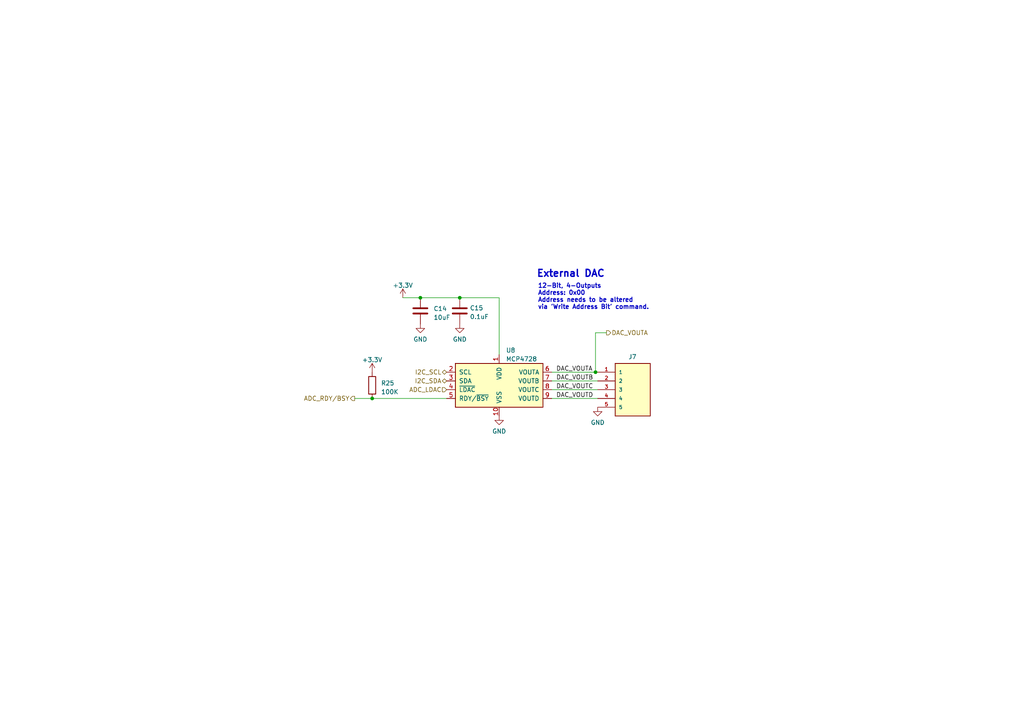
<source format=kicad_sch>
(kicad_sch (version 20230121) (generator eeschema)
  (paper "A4")
  (lib_symbols
    (symbol "Analog_DAC:MCP4728" (pin_names (offset 1.016))
      (property "Reference" "U" (at -12.7 6.35 0))
      (property "Value" "MCP4728" (at 12.7 6.35 0))
      (symbol "MCP4728_0_1"
        (rectangle (start -12.7 5.08) (end 12.7 -7.62) (stroke (width 0.254)) (fill (type background)))
      )
      (symbol "MCP4728_1_1"
        (pin power_in line (at 0 7.62 270) (length 2.54) (name "VDD") (number "1"))
        (pin power_in line (at 0 -10.16 90) (length 2.54) (name "VSS") (number "10"))
        (pin input line (at -15.24 2.54 0) (length 2.54) (name "SCL") (number "2"))
        (pin bidirectional line (at -15.24 0 0) (length 2.54) (name "SDA") (number "3"))
        (pin input line (at -15.24 -2.54 0) (length 2.54) (name "~{LDAC}") (number "4"))
        (pin output line (at -15.24 -5.08 0) (length 2.54) (name "RDY/~{BSY}") (number "5"))
        (pin output line (at 15.24 2.54 180) (length 2.54) (name "VOUTA") (number "6"))
        (pin output line (at 15.24 0 180) (length 2.54) (name "VOUTB") (number "7"))
        (pin output line (at 15.24 -2.54 180) (length 2.54) (name "VOUTC") (number "8"))
        (pin output line (at 15.24 -5.08 180) (length 2.54) (name "VOUTD") (number "9"))
      )
    )
    (symbol "Device:C" (pin_numbers hide) (pin_names (offset 0.254))
      (property "Reference" "C" (at 0.635 2.54 0))
      (property "Value" "C" (at 0.635 -2.54 0))
      (symbol "C_0_1"
        (polyline (pts (xy -2.032 -0.762) (xy 2.032 -0.762)) (stroke (width 0.508)))
        (polyline (pts (xy -2.032 0.762) (xy 2.032 0.762)) (stroke (width 0.508)))
      )
      (symbol "C_1_1"
        (pin passive line (at 0 3.81 270) (length 2.794) (name "~") (number "1"))
        (pin passive line (at 0 -3.81 90) (length 2.794) (name "~") (number "2"))
      )
    )
    (symbol "Device:R" (pin_numbers hide) (pin_names (offset 0))
      (property "Reference" "R" (at 2.032 0 90))
      (property "Value" "R" (at 0 0 90))
      (symbol "R_0_1"
        (rectangle (start -1.016 -2.54) (end 1.016 2.54) (stroke (width 0.254)))
      )
      (symbol "R_1_1"
        (pin passive line (at 0 3.81 270) (length 1.27) (name "~") (number "1"))
        (pin passive line (at 0 -3.81 90) (length 1.27) (name "~") (number "2"))
      )
    )
    (symbol "TBP02R2-381-05BE:TBP02R2-381-05BE" (pin_names (offset 1.016))
      (property "Reference" "J" (at -5.58 7.62 0))
      (property "Value" "TBP02R2-381-05BE" (at -5.08 -10.16 0))
      (symbol "TBP02R2-381-05BE_0_0"
        (rectangle (start -5.08 -7.62) (end 5.08 7.62) (stroke (width 0.254)) (fill (type background)))
        (pin passive line (at -10.16 5.08 0) (length 5.08) (name "1") (number "1"))
        (pin passive line (at -10.16 2.54 0) (length 5.08) (name "2") (number "2"))
        (pin passive line (at -10.16 0 0) (length 5.08) (name "3") (number "3"))
        (pin passive line (at -10.16 -2.54 0) (length 5.08) (name "4") (number "4"))
        (pin passive line (at -10.16 -5.08 0) (length 5.08) (name "5") (number "5"))
      )
    )
    (symbol "power:+3.3V" (power) (pin_names (offset 0))
      (property "Value" "+3.3V" (at 0 3.556 0))
      (symbol "+3.3V_0_1"
        (polyline (pts (xy -0.762 1.27) (xy 0 2.54)))
        (polyline (pts (xy 0 0) (xy 0 2.54)))
        (polyline (pts (xy 0 2.54) (xy 0.762 1.27)))
      )
      (symbol "+3.3V_1_1"
        (pin power_in line (at 0 0 90) (length 0) hide (name "+3.3V") (number "1"))
      )
    )
    (symbol "power:GND" (power) (pin_names (offset 0))
      (property "Value" "GND" (at 0 -3.81 0))
      (symbol "GND_0_1"
        (polyline (pts (xy 0 0) (xy 0 -1.27) (xy 1.27 -1.27) (xy 0 -2.54) (xy -1.27 -1.27) (xy 0 -1.27)))
      )
      (symbol "GND_1_1"
        (pin power_in line (at 0 0 270) (length 0) hide (name "GND") (number "1"))
      )
    )
  )
  (junction (at 107.95 115.57))
  (junction (at 121.92 86.36))
  (junction (at 172.72 107.95))
  (junction (at 133.35 86.36))
  (wire (pts (xy 172.72 107.95) (xy 172.72 96.52)))
  (wire (pts (xy 116.84 86.36) (xy 121.92 86.36)))
  (wire (pts (xy 102.87 115.57) (xy 107.95 115.57)))
  (wire (pts (xy 144.78 86.36) (xy 144.78 102.87)))
  (wire (pts (xy 160.02 110.49) (xy 173.355 110.49)))
  (wire (pts (xy 172.72 96.52) (xy 175.895 96.52)))
  (wire (pts (xy 172.72 107.95) (xy 173.355 107.95)))
  (wire (pts (xy 160.02 107.95) (xy 172.72 107.95)))
  (wire (pts (xy 121.92 86.36) (xy 133.35 86.36)))
  (wire (pts (xy 144.78 86.36) (xy 133.35 86.36)))
  (wire (pts (xy 160.02 113.03) (xy 173.355 113.03)))
  (wire (pts (xy 107.95 115.57) (xy 129.54 115.57)))
  (wire (pts (xy 160.02 115.57) (xy 173.355 115.57)))
  (text "12-Bit, 4-Outputs\nAddress: 0x00\nAddress needs to be altered \nvia 'Write Address Bit' command." (at 155.956 89.916 0) (effects (font (size 1.27 1.27) (thickness 0.254) bold) (justify left bottom)))
  (text "External DAC" (at 155.575 80.645 0) (effects (font (size 2 2) (thickness 0.4) bold) (justify left bottom)))
  (label "DAC_VOUTD" (at 161.29 115.57 0))
  (label "DAC_VOUTB" (at 161.29 110.49 0))
  (label "DAC_VOUTA" (at 161.29 107.95 0))
  (label "DAC_VOUTC" (at 161.29 113.03 0))
  (hierarchical_label "I2C_SDA" (shape bidirectional) (at 129.54 110.49 180))
  (hierarchical_label "ADC_LDAC" (shape input) (at 129.54 113.03 180))
  (hierarchical_label "DAC_VOUTA" (shape output) (at 175.895 96.52 0))
  (hierarchical_label "I2C_SCL" (shape bidirectional) (at 129.54 107.95 180))
  (hierarchical_label "ADC_RDY{slash}BSY" (shape output) (at 102.87 115.57 180))
  (symbol (lib_id "power:GND") (at 144.78 120.65 0) (unit 1)
    (property "Reference" "#PWR053" (effects hide))
    (property "Value" "GND" (at 144.78 125.0934 0))
    (instances (project "esp32-clover" (path "" (reference "#PWR053") (unit 1)) (path "" (reference "#PWR069") (unit 1))))
  )
  (symbol (lib_id "Device:C") (at 121.92 90.17 0) (unit 1)
    (property "Reference" "C14" (at 125.73 89.535 0) (effects (justify left)))
    (property "Value" "10uF" (at 125.73 92.075 0) (effects (justify left)))
    (property "Footprint" "Capacitor_SMD:C_0603_1608Metric" (effects hide))
    (instances (project "esp32-clover" (path "" (reference "C14") (unit 1)) (path "" (reference "C?") (unit 1))))
  )
  (symbol (lib_id "power:GND") (at 121.92 93.98 0) (unit 1)
    (property "Reference" "#PWR050" (effects hide))
    (property "Value" "GND" (at 121.92 98.4234 0))
    (instances (project "esp32-clover" (path "" (reference "#PWR050") (unit 1)) (path "" (reference "#PWR043") (unit 1))))
  )
  (symbol (lib_id "power:GND") (at 173.355 118.11 0) (unit 1)
    (property "Reference" "#PWR070" (effects hide))
    (property "Value" "GND" (at 173.355 122.5534 0))
    (instances (project "esp32-clover" (path "" (reference "#PWR070") (unit 1)) (path "" (reference "#PWR091") (unit 1))))
  )
  (symbol (lib_id "Device:C") (at 133.35 90.17 0) (unit 1)
    (property "Reference" "C15" (at 136.271 89.3353 0) (effects (justify left)))
    (property "Value" "0.1uF" (at 136.271 91.8722 0) (effects (justify left)))
    (property "Footprint" "Capacitor_SMD:C_0603_1608Metric" (effects hide))
    (instances (project "esp32-clover" (path "" (reference "C15") (unit 1)) (path "" (reference "C?") (unit 1))))
  )
  (symbol (lib_id "power:+3.3V") (at 107.95 107.95 0) (unit 1)
    (property "Reference" "#PWR068" (effects hide))
    (property "Value" "+3.3V" (at 107.95 104.3742 0))
    (instances (project "esp32-clover" (path "" (reference "#PWR068") (unit 1)) (path "" (reference "#PWR035") (unit 1))))
  )
  (symbol (lib_id "TBP02R2-381-05BE:TBP02R2-381-05BE") (at 183.515 113.03 0) (unit 1)
    (property "Reference" "J7" (at 182.245 103.505 0) (effects (justify left)))
    (property "Value" "TBP02R2-381-05BE" (effects hide))
    (property "Footprint" "CUI_TBP02R2-381-05BE" (effects hide))
    (property "STANDARD" "Manufacturer Recommendations" (effects hide))
    (property "MANUFACTURER" "CUI" (effects hide))
    (instances (project "esp32-clover" (path "" (reference "J7") (unit 1)) (path "" (reference "J?") (unit 1))))
  )
  (symbol (lib_id "power:GND") (at 133.35 93.98 0) (unit 1)
    (property "Reference" "#PWR051" (effects hide))
    (property "Value" "GND" (at 133.35 98.4234 0))
    (instances (project "esp32-clover" (path "" (reference "#PWR051") (unit 1)) (path "" (reference "#PWR045") (unit 1))))
  )
  (symbol (lib_id "power:+3.3V") (at 116.84 86.36 0) (unit 1)
    (property "Reference" "#PWR049" (effects hide))
    (property "Value" "+3.3V" (at 116.84 82.7842 0))
    (instances (project "esp32-clover" (path "" (reference "#PWR049") (unit 1)) (path "" (reference "#PWR042") (unit 1))))
  )
  (symbol (lib_id "Analog_DAC:MCP4728") (at 144.78 110.49 0) (unit 1)
    (property "Reference" "U8" (at 146.7359 101.6 0) (effects (justify left)))
    (property "Value" "MCP4728" (at 146.7359 104.14 0) (effects (justify left)))
    (property "Footprint" "Package_SO:MSOP-10_3x3mm_P0.5mm" (effects hide))
    (property "Datasheet" "http://ww1.microchip.com/downloads/en/DeviceDoc/22187E.pdf" (effects hide))
    (instances (project "esp32-clover" (path "" (reference "U8") (unit 1)) (path "" (reference "U?") (unit 1))))
  )
  (symbol (lib_id "Device:R") (at 107.95 111.76 180) (unit 1)
    (property "Reference" "R25" (at 110.49 111.125 0) (effects (justify right)))
    (property "Value" "100K" (at 110.49 113.665 0) (effects (justify right)))
    (property "Footprint" "Resistor_SMD:R_0603_1608Metric" (effects hide))
    (instances (project "esp32-clover" (path "" (reference "R25") (unit 1)) (path "" (reference "R?") (unit 1))))
  )
)
</source>
